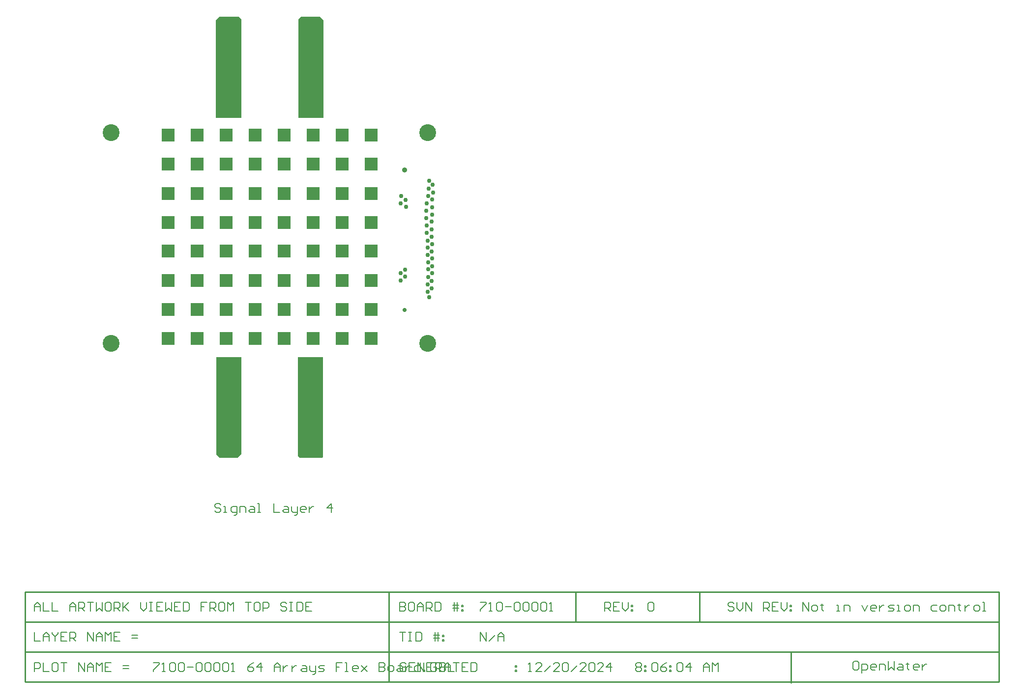
<source format=gbl>
G04*
G04 #@! TF.GenerationSoftware,Altium Limited,Altium Designer,24.3.1 (35)*
G04*
G04 Layer_Physical_Order=4*
G04 Layer_Color=16711680*
%FSAX25Y25*%
%MOIN*%
G70*
G04*
G04 #@! TF.SameCoordinates,FD1E8778-55F6-401F-AF26-4ACC28CE7946*
G04*
G04*
G04 #@! TF.FilePolarity,Positive*
G04*
G01*
G75*
%ADD11C,0.01000*%
%ADD14C,0.00800*%
%ADD25C,0.11417*%
%ADD26C,0.02756*%
%ADD27C,0.03543*%
%ADD28C,0.03000*%
%ADD29R,0.09000X0.09000*%
%ADD30R,0.16000X0.04000*%
G36*
X0186497Y0194326D02*
X0183948Y0191776D01*
X0171827D01*
X0169471Y0194132D01*
Y0260132D01*
X0186497D01*
X0186497Y0194326D01*
D02*
G37*
G36*
X0242079Y0192631D02*
X0241224Y0191776D01*
X0226335D01*
X0225053Y0193058D01*
X0225053Y0260231D01*
X0242079D01*
Y0192631D01*
D02*
G37*
G36*
X0186493Y0489660D02*
X0186493Y0422632D01*
X0169466D01*
Y0489018D01*
X0171758Y0491310D01*
X0184843D01*
X0186493Y0489660D01*
D02*
G37*
G36*
X0242293Y0488907D02*
Y0422632D01*
X0225266D01*
Y0489336D01*
X0227068Y0491138D01*
X0240062Y0491138D01*
X0242293Y0488907D01*
D02*
G37*
G54D11*
X0497200Y0080717D02*
Y0101050D01*
X0413200Y0080717D02*
Y0101050D01*
X0040000Y0080717D02*
X0700200D01*
X0040000Y0060383D02*
X0700000D01*
X0040000Y0040050D02*
X0440500D01*
X0040050Y0101050D02*
X0700200D01*
X0040050Y0040050D02*
Y0101050D01*
Y0040050D02*
X0197600D01*
X0040000D02*
Y0101050D01*
X0286500Y0040050D02*
Y0101050D01*
X0700200Y0040050D02*
Y0101050D01*
X0440500Y0040050D02*
X0700200D01*
X0559400Y0039400D02*
Y0059683D01*
G54D14*
X0172778Y0159830D02*
X0171779Y0160829D01*
X0169779D01*
X0168780Y0159830D01*
Y0158830D01*
X0169779Y0157831D01*
X0171779D01*
X0172778Y0156831D01*
Y0155831D01*
X0171779Y0154832D01*
X0169779D01*
X0168780Y0155831D01*
X0174777Y0154832D02*
X0176777D01*
X0175777D01*
Y0158830D01*
X0174777D01*
X0181775Y0152832D02*
X0182775D01*
X0183775Y0153832D01*
Y0158830D01*
X0180776D01*
X0179776Y0157831D01*
Y0155831D01*
X0180776Y0154832D01*
X0183775D01*
X0185774D02*
Y0158830D01*
X0188773D01*
X0189773Y0157831D01*
Y0154832D01*
X0192772Y0158830D02*
X0194771D01*
X0195771Y0157831D01*
Y0154832D01*
X0192772D01*
X0191772Y0155831D01*
X0192772Y0156831D01*
X0195771D01*
X0197770Y0154832D02*
X0199769D01*
X0198770D01*
Y0160829D01*
X0197770D01*
X0208767D02*
Y0154832D01*
X0212765D01*
X0215764Y0158830D02*
X0217764D01*
X0218763Y0157831D01*
Y0154832D01*
X0215764D01*
X0214765Y0155831D01*
X0215764Y0156831D01*
X0218763D01*
X0220763Y0158830D02*
Y0155831D01*
X0221762Y0154832D01*
X0224761D01*
Y0153832D01*
X0223762Y0152832D01*
X0222762D01*
X0224761Y0154832D02*
Y0158830D01*
X0229760Y0154832D02*
X0227760D01*
X0226761Y0155831D01*
Y0157831D01*
X0227760Y0158830D01*
X0229760D01*
X0230759Y0157831D01*
Y0156831D01*
X0226761D01*
X0232759Y0158830D02*
Y0154832D01*
Y0156831D01*
X0233758Y0157831D01*
X0234758Y0158830D01*
X0235758D01*
X0247754Y0154832D02*
Y0160829D01*
X0244755Y0157831D01*
X0248754D01*
X0567400Y0087833D02*
Y0093831D01*
X0571399Y0087833D01*
Y0093831D01*
X0574398Y0087833D02*
X0576397D01*
X0577397Y0088833D01*
Y0090832D01*
X0576397Y0091832D01*
X0574398D01*
X0573398Y0090832D01*
Y0088833D01*
X0574398Y0087833D01*
X0580396Y0092832D02*
Y0091832D01*
X0579396D01*
X0581395D01*
X0580396D01*
Y0088833D01*
X0581395Y0087833D01*
X0590393D02*
X0592392D01*
X0591392D01*
Y0091832D01*
X0590393D01*
X0595391Y0087833D02*
Y0091832D01*
X0598390D01*
X0599390Y0090832D01*
Y0087833D01*
X0607387Y0091832D02*
X0609386Y0087833D01*
X0611386Y0091832D01*
X0616384Y0087833D02*
X0614385D01*
X0613385Y0088833D01*
Y0090832D01*
X0614385Y0091832D01*
X0616384D01*
X0617384Y0090832D01*
Y0089833D01*
X0613385D01*
X0619383Y0091832D02*
Y0087833D01*
Y0089833D01*
X0620383Y0090832D01*
X0621383Y0091832D01*
X0622382D01*
X0625381Y0087833D02*
X0628380D01*
X0629380Y0088833D01*
X0628380Y0089833D01*
X0626381D01*
X0625381Y0090832D01*
X0626381Y0091832D01*
X0629380D01*
X0631379Y0087833D02*
X0633379D01*
X0632379D01*
Y0091832D01*
X0631379D01*
X0637377Y0087833D02*
X0639377D01*
X0640376Y0088833D01*
Y0090832D01*
X0639377Y0091832D01*
X0637377D01*
X0636378Y0090832D01*
Y0088833D01*
X0637377Y0087833D01*
X0642376D02*
Y0091832D01*
X0645375D01*
X0646374Y0090832D01*
Y0087833D01*
X0658371Y0091832D02*
X0655372D01*
X0654372Y0090832D01*
Y0088833D01*
X0655372Y0087833D01*
X0658371D01*
X0661370D02*
X0663369D01*
X0664369Y0088833D01*
Y0090832D01*
X0663369Y0091832D01*
X0661370D01*
X0660370Y0090832D01*
Y0088833D01*
X0661370Y0087833D01*
X0666368D02*
Y0091832D01*
X0669367D01*
X0670367Y0090832D01*
Y0087833D01*
X0673366Y0092832D02*
Y0091832D01*
X0672366D01*
X0674365D01*
X0673366D01*
Y0088833D01*
X0674365Y0087833D01*
X0677364Y0091832D02*
Y0087833D01*
Y0089833D01*
X0678364Y0090832D01*
X0679364Y0091832D01*
X0680364D01*
X0684362Y0087833D02*
X0686362D01*
X0687361Y0088833D01*
Y0090832D01*
X0686362Y0091832D01*
X0684362D01*
X0683362Y0090832D01*
Y0088833D01*
X0684362Y0087833D01*
X0689361D02*
X0691360D01*
X0690360D01*
Y0093831D01*
X0689361D01*
X0520799Y0092832D02*
X0519799Y0093831D01*
X0517800D01*
X0516800Y0092832D01*
Y0091832D01*
X0517800Y0090832D01*
X0519799D01*
X0520799Y0089833D01*
Y0088833D01*
X0519799Y0087833D01*
X0517800D01*
X0516800Y0088833D01*
X0522798Y0093831D02*
Y0089833D01*
X0524797Y0087833D01*
X0526797Y0089833D01*
Y0093831D01*
X0528796Y0087833D02*
Y0093831D01*
X0532795Y0087833D01*
Y0093831D01*
X0540792Y0087833D02*
Y0093831D01*
X0543791D01*
X0544791Y0092832D01*
Y0090832D01*
X0543791Y0089833D01*
X0540792D01*
X0542792D02*
X0544791Y0087833D01*
X0550789Y0093831D02*
X0546790D01*
Y0087833D01*
X0550789D01*
X0546790Y0090832D02*
X0548790D01*
X0552788Y0093831D02*
Y0089833D01*
X0554788Y0087833D01*
X0556787Y0089833D01*
Y0093831D01*
X0558786Y0091832D02*
X0559786D01*
Y0090832D01*
X0558786D01*
Y0091832D01*
Y0088833D02*
X0559786D01*
Y0087833D01*
X0558786D01*
Y0088833D01*
X0433000Y0087833D02*
Y0093831D01*
X0435999D01*
X0436999Y0092832D01*
Y0090832D01*
X0435999Y0089833D01*
X0433000D01*
X0434999D02*
X0436999Y0087833D01*
X0442997Y0093831D02*
X0438998D01*
Y0087833D01*
X0442997D01*
X0438998Y0090832D02*
X0440997D01*
X0444996Y0093831D02*
Y0089833D01*
X0446995Y0087833D01*
X0448995Y0089833D01*
Y0093831D01*
X0450994Y0091832D02*
X0451994D01*
Y0090832D01*
X0450994D01*
Y0091832D01*
Y0088833D02*
X0451994D01*
Y0087833D01*
X0450994D01*
Y0088833D01*
X0126900Y0052965D02*
X0130899D01*
Y0051965D01*
X0126900Y0047966D01*
Y0046966D01*
X0132898D02*
X0134897D01*
X0133898D01*
Y0052965D01*
X0132898Y0051965D01*
X0137896D02*
X0138896Y0052965D01*
X0140895D01*
X0141895Y0051965D01*
Y0047966D01*
X0140895Y0046966D01*
X0138896D01*
X0137896Y0047966D01*
Y0051965D01*
X0143895D02*
X0144894Y0052965D01*
X0146894D01*
X0147893Y0051965D01*
Y0047966D01*
X0146894Y0046966D01*
X0144894D01*
X0143895Y0047966D01*
Y0051965D01*
X0149893Y0049966D02*
X0153891D01*
X0155891Y0051965D02*
X0156890Y0052965D01*
X0158890D01*
X0159889Y0051965D01*
Y0047966D01*
X0158890Y0046966D01*
X0156890D01*
X0155891Y0047966D01*
Y0051965D01*
X0161889D02*
X0162888Y0052965D01*
X0164888D01*
X0165887Y0051965D01*
Y0047966D01*
X0164888Y0046966D01*
X0162888D01*
X0161889Y0047966D01*
Y0051965D01*
X0167887D02*
X0168886Y0052965D01*
X0170886D01*
X0171885Y0051965D01*
Y0047966D01*
X0170886Y0046966D01*
X0168886D01*
X0167887Y0047966D01*
Y0051965D01*
X0173885D02*
X0174884Y0052965D01*
X0176884D01*
X0177884Y0051965D01*
Y0047966D01*
X0176884Y0046966D01*
X0174884D01*
X0173885Y0047966D01*
Y0051965D01*
X0179883Y0046966D02*
X0181882D01*
X0180883D01*
Y0052965D01*
X0179883Y0051965D01*
X0194878Y0052965D02*
X0192879Y0051965D01*
X0190879Y0049966D01*
Y0047966D01*
X0191879Y0046966D01*
X0193878D01*
X0194878Y0047966D01*
Y0048966D01*
X0193878Y0049966D01*
X0190879D01*
X0199876Y0046966D02*
Y0052965D01*
X0196877Y0049966D01*
X0200876D01*
X0208874Y0046966D02*
Y0050965D01*
X0210873Y0052965D01*
X0212872Y0050965D01*
Y0046966D01*
Y0049966D01*
X0208874D01*
X0214872Y0050965D02*
Y0046966D01*
Y0048966D01*
X0215871Y0049966D01*
X0216871Y0050965D01*
X0217871D01*
X0220870D02*
Y0046966D01*
Y0048966D01*
X0221869Y0049966D01*
X0222869Y0050965D01*
X0223869D01*
X0227867D02*
X0229867D01*
X0230866Y0049966D01*
Y0046966D01*
X0227867D01*
X0226868Y0047966D01*
X0227867Y0048966D01*
X0230866D01*
X0232866Y0050965D02*
Y0047966D01*
X0233865Y0046966D01*
X0236864D01*
Y0045967D01*
X0235865Y0044967D01*
X0234865D01*
X0236864Y0046966D02*
Y0050965D01*
X0238864Y0046966D02*
X0241863D01*
X0242863Y0047966D01*
X0241863Y0048966D01*
X0239863D01*
X0238864Y0049966D01*
X0239863Y0050965D01*
X0242863D01*
X0254859Y0052965D02*
X0250860D01*
Y0049966D01*
X0252859D01*
X0250860D01*
Y0046966D01*
X0256858D02*
X0258857D01*
X0257858D01*
Y0052965D01*
X0256858D01*
X0264855Y0046966D02*
X0262856D01*
X0261856Y0047966D01*
Y0049966D01*
X0262856Y0050965D01*
X0264855D01*
X0265855Y0049966D01*
Y0048966D01*
X0261856D01*
X0267854Y0050965D02*
X0271853Y0046966D01*
X0269854Y0048966D01*
X0271853Y0050965D01*
X0267854Y0046966D01*
X0279851Y0052965D02*
Y0046966D01*
X0282850D01*
X0283849Y0047966D01*
Y0048966D01*
X0282850Y0049966D01*
X0279851D01*
X0282850D01*
X0283849Y0050965D01*
Y0051965D01*
X0282850Y0052965D01*
X0279851D01*
X0286848Y0046966D02*
X0288848D01*
X0289847Y0047966D01*
Y0049966D01*
X0288848Y0050965D01*
X0286848D01*
X0285849Y0049966D01*
Y0047966D01*
X0286848Y0046966D01*
X0292846Y0050965D02*
X0294846D01*
X0295845Y0049966D01*
Y0046966D01*
X0292846D01*
X0291847Y0047966D01*
X0292846Y0048966D01*
X0295845D01*
X0297845Y0050965D02*
Y0046966D01*
Y0048966D01*
X0298844Y0049966D01*
X0299844Y0050965D01*
X0300844D01*
X0307841Y0052965D02*
Y0046966D01*
X0304842D01*
X0303843Y0047966D01*
Y0049966D01*
X0304842Y0050965D01*
X0307841D01*
X0309841Y0046966D02*
Y0047966D01*
X0310841D01*
Y0046966D01*
X0309841D01*
X0318838Y0051965D02*
X0317838Y0052965D01*
X0315839D01*
X0314839Y0051965D01*
Y0047966D01*
X0315839Y0046966D01*
X0317838D01*
X0318838Y0047966D01*
Y0049966D01*
X0316839D01*
X0320837Y0052965D02*
Y0046966D01*
X0323836D01*
X0324836Y0047966D01*
Y0048966D01*
X0323836Y0049966D01*
X0320837D01*
X0323836D01*
X0324836Y0050965D01*
Y0051965D01*
X0323836Y0052965D01*
X0320837D01*
X0326835D02*
Y0046966D01*
X0330834D01*
X0381150D02*
X0383149D01*
X0382150D01*
Y0052965D01*
X0381150Y0051965D01*
X0390147Y0046966D02*
X0386148D01*
X0390147Y0050965D01*
Y0051965D01*
X0389147Y0052965D01*
X0387148D01*
X0386148Y0051965D01*
X0392146Y0046966D02*
X0396145Y0050965D01*
X0402143Y0046966D02*
X0398145D01*
X0402143Y0050965D01*
Y0051965D01*
X0401144Y0052965D01*
X0399144D01*
X0398145Y0051965D01*
X0404143D02*
X0405142Y0052965D01*
X0407142D01*
X0408141Y0051965D01*
Y0047966D01*
X0407142Y0046966D01*
X0405142D01*
X0404143Y0047966D01*
Y0051965D01*
X0410141Y0046966D02*
X0414139Y0050965D01*
X0420137Y0046966D02*
X0416139D01*
X0420137Y0050965D01*
Y0051965D01*
X0419138Y0052965D01*
X0417138D01*
X0416139Y0051965D01*
X0422137D02*
X0423136Y0052965D01*
X0425136D01*
X0426135Y0051965D01*
Y0047966D01*
X0425136Y0046966D01*
X0423136D01*
X0422137Y0047966D01*
Y0051965D01*
X0432133Y0046966D02*
X0428135D01*
X0432133Y0050965D01*
Y0051965D01*
X0431134Y0052965D01*
X0429135D01*
X0428135Y0051965D01*
X0437132Y0046966D02*
Y0052965D01*
X0434133Y0049966D01*
X0438132D01*
X0298199Y0051965D02*
X0297199Y0052965D01*
X0295200D01*
X0294200Y0051965D01*
Y0047966D01*
X0295200Y0046966D01*
X0297199D01*
X0298199Y0047966D01*
Y0049966D01*
X0296199D01*
X0304197Y0052965D02*
X0300198D01*
Y0046966D01*
X0304197D01*
X0300198Y0049966D02*
X0302197D01*
X0306196Y0046966D02*
Y0052965D01*
X0310195Y0046966D01*
Y0052965D01*
X0316193D02*
X0312194D01*
Y0046966D01*
X0316193D01*
X0312194Y0049966D02*
X0314194D01*
X0318192Y0046966D02*
Y0052965D01*
X0321191D01*
X0322191Y0051965D01*
Y0049966D01*
X0321191Y0048966D01*
X0318192D01*
X0320192D02*
X0322191Y0046966D01*
X0324190D02*
Y0050965D01*
X0326190Y0052965D01*
X0328189Y0050965D01*
Y0046966D01*
Y0049966D01*
X0324190D01*
X0330188Y0052965D02*
X0334187D01*
X0332188D01*
Y0046966D01*
X0340185Y0052965D02*
X0336186D01*
Y0046966D01*
X0340185D01*
X0336186Y0049966D02*
X0338186D01*
X0342184Y0052965D02*
Y0046966D01*
X0345183D01*
X0346183Y0047966D01*
Y0051965D01*
X0345183Y0052965D01*
X0342184D01*
X0372175Y0050965D02*
X0373175D01*
Y0049966D01*
X0372175D01*
Y0050965D01*
Y0047966D02*
X0373175D01*
Y0046966D01*
X0372175D01*
Y0047966D01*
X0046350Y0087833D02*
Y0091832D01*
X0048349Y0093831D01*
X0050349Y0091832D01*
Y0087833D01*
Y0090832D01*
X0046350D01*
X0052348Y0093831D02*
Y0087833D01*
X0056347D01*
X0058346Y0093831D02*
Y0087833D01*
X0062345D01*
X0070342D02*
Y0091832D01*
X0072342Y0093831D01*
X0074341Y0091832D01*
Y0087833D01*
Y0090832D01*
X0070342D01*
X0076340Y0087833D02*
Y0093831D01*
X0079339D01*
X0080339Y0092832D01*
Y0090832D01*
X0079339Y0089833D01*
X0076340D01*
X0078340D02*
X0080339Y0087833D01*
X0082338Y0093831D02*
X0086337D01*
X0084338D01*
Y0087833D01*
X0088336Y0093831D02*
Y0087833D01*
X0090336Y0089833D01*
X0092335Y0087833D01*
Y0093831D01*
X0097334D02*
X0095334D01*
X0094335Y0092832D01*
Y0088833D01*
X0095334Y0087833D01*
X0097334D01*
X0098333Y0088833D01*
Y0092832D01*
X0097334Y0093831D01*
X0100332Y0087833D02*
Y0093831D01*
X0103332D01*
X0104331Y0092832D01*
Y0090832D01*
X0103332Y0089833D01*
X0100332D01*
X0102332D02*
X0104331Y0087833D01*
X0106331Y0093831D02*
Y0087833D01*
Y0089833D01*
X0110329Y0093831D01*
X0107330Y0090832D01*
X0110329Y0087833D01*
X0118327Y0093831D02*
Y0089833D01*
X0120326Y0087833D01*
X0122325Y0089833D01*
Y0093831D01*
X0124325D02*
X0126324D01*
X0125324D01*
Y0087833D01*
X0124325D01*
X0126324D01*
X0133322Y0093831D02*
X0129323D01*
Y0087833D01*
X0133322D01*
X0129323Y0090832D02*
X0131323D01*
X0135321Y0093831D02*
Y0087833D01*
X0137321Y0089833D01*
X0139320Y0087833D01*
Y0093831D01*
X0145318D02*
X0141319D01*
Y0087833D01*
X0145318D01*
X0141319Y0090832D02*
X0143319D01*
X0147317Y0093831D02*
Y0087833D01*
X0150316D01*
X0151316Y0088833D01*
Y0092832D01*
X0150316Y0093831D01*
X0147317D01*
X0163312D02*
X0159313D01*
Y0090832D01*
X0161313D01*
X0159313D01*
Y0087833D01*
X0165312D02*
Y0093831D01*
X0168310D01*
X0169310Y0092832D01*
Y0090832D01*
X0168310Y0089833D01*
X0165312D01*
X0167311D02*
X0169310Y0087833D01*
X0174309Y0093831D02*
X0172309D01*
X0171310Y0092832D01*
Y0088833D01*
X0172309Y0087833D01*
X0174309D01*
X0175308Y0088833D01*
Y0092832D01*
X0174309Y0093831D01*
X0177308Y0087833D02*
Y0093831D01*
X0179307Y0091832D01*
X0181306Y0093831D01*
Y0087833D01*
X0189304Y0093831D02*
X0193303D01*
X0191303D01*
Y0087833D01*
X0198301Y0093831D02*
X0196301D01*
X0195302Y0092832D01*
Y0088833D01*
X0196301Y0087833D01*
X0198301D01*
X0199301Y0088833D01*
Y0092832D01*
X0198301Y0093831D01*
X0201300Y0087833D02*
Y0093831D01*
X0204299D01*
X0205299Y0092832D01*
Y0090832D01*
X0204299Y0089833D01*
X0201300D01*
X0217295Y0092832D02*
X0216295Y0093831D01*
X0214296D01*
X0213296Y0092832D01*
Y0091832D01*
X0214296Y0090832D01*
X0216295D01*
X0217295Y0089833D01*
Y0088833D01*
X0216295Y0087833D01*
X0214296D01*
X0213296Y0088833D01*
X0219294Y0093831D02*
X0221293D01*
X0220294D01*
Y0087833D01*
X0219294D01*
X0221293D01*
X0224292Y0093831D02*
Y0087833D01*
X0227291D01*
X0228291Y0088833D01*
Y0092832D01*
X0227291Y0093831D01*
X0224292D01*
X0234289D02*
X0230291D01*
Y0087833D01*
X0234289D01*
X0230291Y0090832D02*
X0232290D01*
X0462150Y0092832D02*
X0463150Y0093831D01*
X0465149D01*
X0466149Y0092832D01*
Y0088833D01*
X0465149Y0087833D01*
X0463150D01*
X0462150Y0088833D01*
Y0092832D01*
X0348550Y0093831D02*
X0352549D01*
Y0092832D01*
X0348550Y0088833D01*
Y0087833D01*
X0354548D02*
X0356547D01*
X0355548D01*
Y0093831D01*
X0354548Y0092832D01*
X0359546D02*
X0360546Y0093831D01*
X0362545D01*
X0363545Y0092832D01*
Y0088833D01*
X0362545Y0087833D01*
X0360546D01*
X0359546Y0088833D01*
Y0092832D01*
X0365545Y0090832D02*
X0369543D01*
X0371543Y0092832D02*
X0372542Y0093831D01*
X0374542D01*
X0375541Y0092832D01*
Y0088833D01*
X0374542Y0087833D01*
X0372542D01*
X0371543Y0088833D01*
Y0092832D01*
X0377541D02*
X0378540Y0093831D01*
X0380540D01*
X0381539Y0092832D01*
Y0088833D01*
X0380540Y0087833D01*
X0378540D01*
X0377541Y0088833D01*
Y0092832D01*
X0383539D02*
X0384538Y0093831D01*
X0386538D01*
X0387537Y0092832D01*
Y0088833D01*
X0386538Y0087833D01*
X0384538D01*
X0383539Y0088833D01*
Y0092832D01*
X0389537D02*
X0390536Y0093831D01*
X0392536D01*
X0393535Y0092832D01*
Y0088833D01*
X0392536Y0087833D01*
X0390536D01*
X0389537Y0088833D01*
Y0092832D01*
X0395535Y0087833D02*
X0397534D01*
X0396534D01*
Y0093831D01*
X0395535Y0092832D01*
X0294000Y0093831D02*
Y0087833D01*
X0296999D01*
X0297999Y0088833D01*
Y0089833D01*
X0296999Y0090832D01*
X0294000D01*
X0296999D01*
X0297999Y0091832D01*
Y0092832D01*
X0296999Y0093831D01*
X0294000D01*
X0302997D02*
X0300998D01*
X0299998Y0092832D01*
Y0088833D01*
X0300998Y0087833D01*
X0302997D01*
X0303997Y0088833D01*
Y0092832D01*
X0302997Y0093831D01*
X0305996Y0087833D02*
Y0091832D01*
X0307996Y0093831D01*
X0309995Y0091832D01*
Y0087833D01*
Y0090832D01*
X0305996D01*
X0311994Y0087833D02*
Y0093831D01*
X0314993D01*
X0315993Y0092832D01*
Y0090832D01*
X0314993Y0089833D01*
X0311994D01*
X0313994D02*
X0315993Y0087833D01*
X0317992Y0093831D02*
Y0087833D01*
X0320991D01*
X0321991Y0088833D01*
Y0092832D01*
X0320991Y0093831D01*
X0317992D01*
X0330988Y0087833D02*
Y0093831D01*
X0332987D02*
Y0087833D01*
X0329988Y0091832D02*
X0332987D01*
X0333987D01*
X0329988Y0089833D02*
X0333987D01*
X0335986Y0091832D02*
X0336986D01*
Y0090832D01*
X0335986D01*
Y0091832D01*
Y0088833D02*
X0336986D01*
Y0087833D01*
X0335986D01*
Y0088833D01*
X0046350Y0073549D02*
Y0067551D01*
X0050349D01*
X0052348D02*
Y0071549D01*
X0054347Y0073549D01*
X0056347Y0071549D01*
Y0067551D01*
Y0070550D01*
X0052348D01*
X0058346Y0073549D02*
Y0072549D01*
X0060346Y0070550D01*
X0062345Y0072549D01*
Y0073549D01*
X0060346Y0070550D02*
Y0067551D01*
X0068343Y0073549D02*
X0064344D01*
Y0067551D01*
X0068343D01*
X0064344Y0070550D02*
X0066343D01*
X0070342Y0067551D02*
Y0073549D01*
X0073341D01*
X0074341Y0072549D01*
Y0070550D01*
X0073341Y0069550D01*
X0070342D01*
X0072342D02*
X0074341Y0067551D01*
X0082338D02*
Y0073549D01*
X0086337Y0067551D01*
Y0073549D01*
X0088336Y0067551D02*
Y0071549D01*
X0090336Y0073549D01*
X0092335Y0071549D01*
Y0067551D01*
Y0070550D01*
X0088336D01*
X0094335Y0067551D02*
Y0073549D01*
X0096334Y0071549D01*
X0098333Y0073549D01*
Y0067551D01*
X0104331Y0073549D02*
X0100332D01*
Y0067551D01*
X0104331D01*
X0100332Y0070550D02*
X0102332D01*
X0112329Y0069550D02*
X0116327D01*
X0112329Y0071549D02*
X0116327D01*
X0046350Y0046966D02*
Y0052965D01*
X0049349D01*
X0050349Y0051965D01*
Y0049966D01*
X0049349Y0048966D01*
X0046350D01*
X0052348Y0052965D02*
Y0046966D01*
X0056347D01*
X0061345Y0052965D02*
X0059346D01*
X0058346Y0051965D01*
Y0047966D01*
X0059346Y0046966D01*
X0061345D01*
X0062345Y0047966D01*
Y0051965D01*
X0061345Y0052965D01*
X0064344D02*
X0068343D01*
X0066343D01*
Y0046966D01*
X0076340D02*
Y0052965D01*
X0080339Y0046966D01*
Y0052965D01*
X0082338Y0046966D02*
Y0050965D01*
X0084338Y0052965D01*
X0086337Y0050965D01*
Y0046966D01*
Y0049966D01*
X0082338D01*
X0088336Y0046966D02*
Y0052965D01*
X0090336Y0050965D01*
X0092335Y0052965D01*
Y0046966D01*
X0098333Y0052965D02*
X0094335D01*
Y0046966D01*
X0098333D01*
X0094335Y0049966D02*
X0096334D01*
X0106331Y0048966D02*
X0110329D01*
X0106331Y0050965D02*
X0110329D01*
X0454050Y0051965D02*
X0455050Y0052965D01*
X0457049D01*
X0458049Y0051965D01*
Y0050965D01*
X0457049Y0049966D01*
X0458049Y0048966D01*
Y0047966D01*
X0457049Y0046966D01*
X0455050D01*
X0454050Y0047966D01*
Y0048966D01*
X0455050Y0049966D01*
X0454050Y0050965D01*
Y0051965D01*
X0455050Y0049966D02*
X0457049D01*
X0460048Y0050965D02*
X0461048D01*
Y0049966D01*
X0460048D01*
Y0050965D01*
Y0047966D02*
X0461048D01*
Y0046966D01*
X0460048D01*
Y0047966D01*
X0465046Y0051965D02*
X0466046Y0052965D01*
X0468046D01*
X0469045Y0051965D01*
Y0047966D01*
X0468046Y0046966D01*
X0466046D01*
X0465046Y0047966D01*
Y0051965D01*
X0475043Y0052965D02*
X0473044Y0051965D01*
X0471044Y0049966D01*
Y0047966D01*
X0472044Y0046966D01*
X0474044D01*
X0475043Y0047966D01*
Y0048966D01*
X0474044Y0049966D01*
X0471044D01*
X0477043Y0050965D02*
X0478042D01*
Y0049966D01*
X0477043D01*
Y0050965D01*
Y0047966D02*
X0478042D01*
Y0046966D01*
X0477043D01*
Y0047966D01*
X0482041Y0051965D02*
X0483041Y0052965D01*
X0485040D01*
X0486040Y0051965D01*
Y0047966D01*
X0485040Y0046966D01*
X0483041D01*
X0482041Y0047966D01*
Y0051965D01*
X0491038Y0046966D02*
Y0052965D01*
X0488039Y0049966D01*
X0492038D01*
X0500035Y0046966D02*
Y0050965D01*
X0502035Y0052965D01*
X0504034Y0050965D01*
Y0046966D01*
Y0049966D01*
X0500035D01*
X0506033Y0046966D02*
Y0052965D01*
X0508033Y0050965D01*
X0510032Y0052965D01*
Y0046966D01*
X0604409Y0053922D02*
X0602409D01*
X0601409Y0052922D01*
Y0048923D01*
X0602409Y0047924D01*
X0604409D01*
X0605408Y0048923D01*
Y0052922D01*
X0604409Y0053922D01*
X0607408Y0045924D02*
Y0051922D01*
X0610407D01*
X0611406Y0050923D01*
Y0048923D01*
X0610407Y0047924D01*
X0607408D01*
X0616405D02*
X0614405D01*
X0613406Y0048923D01*
Y0050923D01*
X0614405Y0051922D01*
X0616405D01*
X0617404Y0050923D01*
Y0049923D01*
X0613406D01*
X0619404Y0047924D02*
Y0051922D01*
X0622403D01*
X0623402Y0050923D01*
Y0047924D01*
X0625402Y0053922D02*
Y0047924D01*
X0627401Y0049923D01*
X0629400Y0047924D01*
Y0053922D01*
X0632400Y0051922D02*
X0634399D01*
X0635398Y0050923D01*
Y0047924D01*
X0632400D01*
X0631400Y0048923D01*
X0632400Y0049923D01*
X0635398D01*
X0638398Y0052922D02*
Y0051922D01*
X0637398D01*
X0639397D01*
X0638398D01*
Y0048923D01*
X0639397Y0047924D01*
X0645395D02*
X0643396D01*
X0642396Y0048923D01*
Y0050923D01*
X0643396Y0051922D01*
X0645395D01*
X0646395Y0050923D01*
Y0049923D01*
X0642396D01*
X0648394Y0051922D02*
Y0047924D01*
Y0049923D01*
X0649394Y0050923D01*
X0650394Y0051922D01*
X0651393D01*
X0294000Y0073498D02*
X0297999D01*
X0295999D01*
Y0067500D01*
X0299998Y0073498D02*
X0301997D01*
X0300998D01*
Y0067500D01*
X0299998D01*
X0301997D01*
X0304996Y0073498D02*
Y0067500D01*
X0307996D01*
X0308995Y0068500D01*
Y0072498D01*
X0307996Y0073498D01*
X0304996D01*
X0317992Y0067500D02*
Y0073498D01*
X0319992D02*
Y0067500D01*
X0316993Y0071499D02*
X0319992D01*
X0320991D01*
X0316993Y0069499D02*
X0320991D01*
X0322991Y0071499D02*
X0323990D01*
Y0070499D01*
X0322991D01*
Y0071499D01*
Y0068500D02*
X0323990D01*
Y0067500D01*
X0322991D01*
Y0068500D01*
X0348550Y0067500D02*
Y0073498D01*
X0352549Y0067500D01*
Y0073498D01*
X0354548Y0067500D02*
X0358547Y0071499D01*
X0360546Y0067500D02*
Y0071499D01*
X0362545Y0073498D01*
X0364545Y0071499D01*
Y0067500D01*
Y0070499D01*
X0360546D01*
G54D25*
X0098403Y0269632D02*
D03*
X0312957Y0412532D02*
D03*
X0098403D02*
D03*
X0312957Y0269632D02*
D03*
G54D26*
X0297406Y0292280D02*
D03*
G54D27*
Y0387162D02*
D03*
G54D28*
X0312302Y0344542D02*
D03*
X0312214Y0349691D02*
D03*
X0312087Y0354561D02*
D03*
X0311936Y0359456D02*
D03*
X0312205Y0364565D02*
D03*
X0294474Y0364660D02*
D03*
X0298071Y0367081D02*
D03*
X0298176Y0362248D02*
D03*
X0172386Y0258654D02*
D03*
X0238748Y0258607D02*
D03*
X0233344D02*
D03*
X0228177Y0258512D02*
D03*
X0183632Y0258528D02*
D03*
X0177819Y0258570D02*
D03*
X0238654Y0424143D02*
D03*
X0233162Y0424056D02*
D03*
X0227973Y0424099D02*
D03*
X0183435Y0424143D02*
D03*
X0177900Y0424099D02*
D03*
X0172884Y0424186D02*
D03*
X0316048Y0367131D02*
D03*
X0297648Y0314828D02*
D03*
X0297661Y0319621D02*
D03*
X0312942Y0304425D02*
D03*
X0315533Y0307074D02*
D03*
X0315651Y0312059D02*
D03*
X0315808Y0317319D02*
D03*
X0315906Y0322049D02*
D03*
X0315847Y0327171D02*
D03*
X0315729Y0332018D02*
D03*
X0315847Y0337023D02*
D03*
X0315670Y0342047D02*
D03*
X0315729Y0347032D02*
D03*
X0315749Y0352311D02*
D03*
X0315925Y0361849D02*
D03*
X0315847Y0357080D02*
D03*
X0273871Y0371375D02*
D03*
X0254938Y0332096D02*
D03*
X0274638Y0352251D02*
D03*
X0136838Y0312396D02*
D03*
X0156538D02*
D03*
X0176238D02*
D03*
X0195838D02*
D03*
X0215538D02*
D03*
X0235238D02*
D03*
X0254938D02*
D03*
X0274638D02*
D03*
X0136838Y0292696D02*
D03*
X0156538D02*
D03*
X0176238D02*
D03*
X0195838D02*
D03*
X0215538D02*
D03*
X0235238D02*
D03*
X0274638D02*
D03*
X0254938D02*
D03*
X0294747Y0317186D02*
D03*
Y0312172D02*
D03*
X0314041Y0300825D02*
D03*
X0313111Y0309650D02*
D03*
X0313169Y0319782D02*
D03*
Y0314588D02*
D03*
X0313106Y0329551D02*
D03*
X0313168Y0324618D02*
D03*
X0274638Y0272996D02*
D03*
X0254938D02*
D03*
X0195838D02*
D03*
X0136798Y0272750D02*
D03*
X0177198Y0273250D02*
D03*
X0157098Y0272750D02*
D03*
X0215598Y0272850D02*
D03*
X0235698D02*
D03*
X0156600Y0332267D02*
D03*
X0196000Y0332067D02*
D03*
X0235600Y0332167D02*
D03*
X0275200Y0331667D02*
D03*
X0215500Y0332367D02*
D03*
X0176500D02*
D03*
X0136700Y0332267D02*
D03*
X0313082Y0334658D02*
D03*
X0312908Y0339396D02*
D03*
X0235500Y0351567D02*
D03*
X0196100D02*
D03*
X0156600Y0351767D02*
D03*
X0255200Y0351467D02*
D03*
X0215800Y0351667D02*
D03*
X0176400D02*
D03*
X0136800Y0351867D02*
D03*
X0235238Y0371396D02*
D03*
X0195838D02*
D03*
X0176238D02*
D03*
X0156538D02*
D03*
X0254938D02*
D03*
X0215538D02*
D03*
X0136600Y0371367D02*
D03*
X0157000Y0391167D02*
D03*
X0235500Y0391267D02*
D03*
X0196200Y0391367D02*
D03*
X0274638Y0391096D02*
D03*
X0313205Y0369650D02*
D03*
X0294880Y0369731D02*
D03*
X0136938Y0391096D02*
D03*
X0176638D02*
D03*
X0215638Y0391196D02*
D03*
X0255138Y0391296D02*
D03*
X0275038Y0410296D02*
D03*
X0176238Y0410796D02*
D03*
X0156538D02*
D03*
X0195838D02*
D03*
X0136838D02*
D03*
X0254938Y0410696D02*
D03*
X0215638Y0410896D02*
D03*
X0235438D02*
D03*
X0313970Y0379780D02*
D03*
X0316397Y0377093D02*
D03*
X0313793Y0374424D02*
D03*
X0316600Y0371967D02*
D03*
G54D29*
X0136838Y0410796D02*
D03*
X0156538D02*
D03*
X0176238D02*
D03*
X0195838D02*
D03*
X0215538D02*
D03*
X0235238D02*
D03*
X0254938D02*
D03*
X0274638D02*
D03*
X0136838Y0391096D02*
D03*
X0156538D02*
D03*
X0176238D02*
D03*
X0195838D02*
D03*
X0215538D02*
D03*
X0235238D02*
D03*
X0254938D02*
D03*
X0274638D02*
D03*
X0136838Y0371396D02*
D03*
X0156538D02*
D03*
X0176238D02*
D03*
X0195838D02*
D03*
X0215538D02*
D03*
X0235238D02*
D03*
X0254938D02*
D03*
X0274638D02*
D03*
X0136838Y0351696D02*
D03*
X0156538D02*
D03*
X0176238D02*
D03*
X0195838D02*
D03*
X0215538D02*
D03*
X0235238D02*
D03*
X0254938D02*
D03*
X0274638D02*
D03*
X0136838Y0332096D02*
D03*
X0156538D02*
D03*
X0176238D02*
D03*
X0195838D02*
D03*
X0215538D02*
D03*
X0235238D02*
D03*
X0254938D02*
D03*
X0274638D02*
D03*
X0136838Y0312396D02*
D03*
X0156538D02*
D03*
X0176238D02*
D03*
X0195838D02*
D03*
X0215538D02*
D03*
X0235238D02*
D03*
X0254938D02*
D03*
X0274638D02*
D03*
X0136838Y0292696D02*
D03*
X0156538D02*
D03*
X0176238D02*
D03*
X0195838D02*
D03*
X0215538D02*
D03*
X0235238D02*
D03*
X0254938D02*
D03*
X0274638D02*
D03*
X0136838Y0272996D02*
D03*
X0156538D02*
D03*
X0176238D02*
D03*
X0195838D02*
D03*
X0215538D02*
D03*
X0235238D02*
D03*
X0254938D02*
D03*
X0274638D02*
D03*
G54D30*
X0178038Y0257996D02*
D03*
X0233338Y0257896D02*
D03*
X0178338Y0424496D02*
D03*
X0233238D02*
D03*
M02*

</source>
